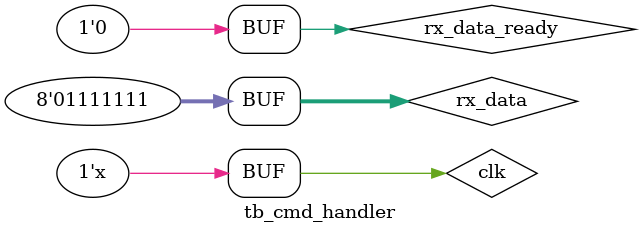
<source format=v>
`timescale 1ns/1ps

module tb_cmd_handler();

    reg clk;
    reg rx_data_ready;
    reg [7:0] rx_data;
    reg tx_active;
    wire cmd_ready;
    wire [15:0] cmd;
    wire tx_send;
    wire [7:0] tx_data;
    
    // Clock generation
    always #5 clk = ~clk;
    
    // DUT Instantiation
    cmd_handler dut(
        .clk(clk),
        .rx_data_ready(rx_data_ready),
        .rx_data(rx_data),
        .tx_active(tx_active),
        .cmd_ready(cmd_ready),
        .cmd(cmd),
        .tx_send(tx_send),
        .tx_data(tx_data)
    );
    
    // Test sequence
    initial begin
        clk = 0;
        rx_data_ready = 0;
        rx_data = 0;
        tx_active = 0;
        
        // Test Case 1: Valid command 'A' + 0x55
        send_uart_byte("A");
        #20;
        send_uart_byte(8'h55);
        #200;
        
        // Test Case 2: Invalid command 'D' + 0xAA
        send_uart_byte("D");
        #20;
        send_uart_byte(8'hAA);
        #200;
        
        // Test Case 3: Valid command 'B' + 0x7F
        send_uart_byte("B");
        #20;
        send_uart_byte(8'h7F);
        #200;
    end
    
    // UART Byte Send Task
    task send_uart_byte(input [7:0] data);
        begin
            // Sending data at negative edge of the clock
            #5;  // Wait for half a clock cycle (this ensures proper timing)
            rx_data = data;
            rx_data_ready = 1;
            #5;  // Keep rx_data_ready high for one clock cycle
            rx_data_ready = 0;
        end
    endtask
    
    // TX Activity Simulation
    always @(posedge tx_send) begin
        tx_active = 1;
        #100;
        tx_active = 0;
    end
    
    // Monitoring
    always @(posedge cmd_ready) begin
        $display("[%t] Command Received: 0x%h (Wave: %s, Freq: 0x%h)", 
               $time, cmd, cmd[15:8], cmd[7:0]);
    end
    
    always @(posedge tx_send) begin
        $display("[%t] Sending TX Data: 0x%h", $time, tx_data);
    end

endmodule

</source>
